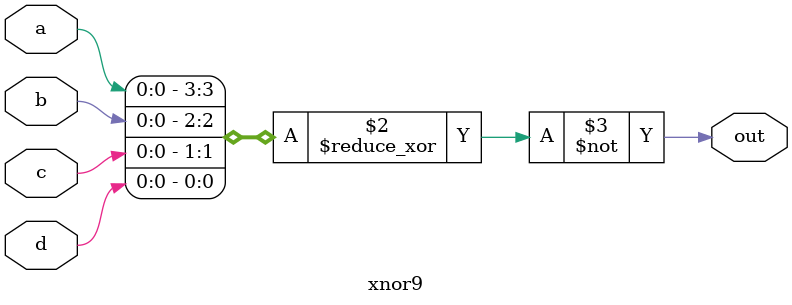
<source format=v>
module xnor9 (
  input a,
  input b,
  input c,
  input d,
  output reg out
);

    always @(*) begin
        out = ~(^{a,b,c,d}); // XNOR using built-in operator
    end
    
    
endmodule

</source>
